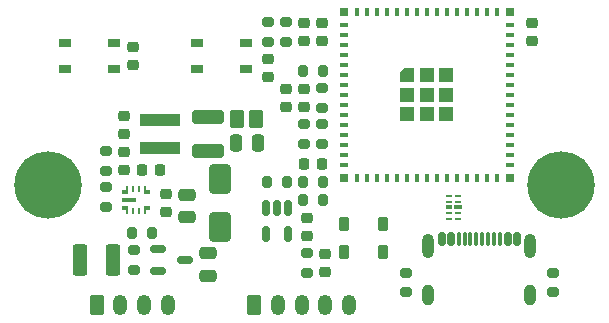
<source format=gbr>
%TF.GenerationSoftware,KiCad,Pcbnew,9.0.6*%
%TF.CreationDate,2025-11-20T15:59:52+01:00*%
%TF.ProjectId,N57__ldruckanzeige,4e35375f-d66c-4647-9275-636b616e7a65,rev?*%
%TF.SameCoordinates,Original*%
%TF.FileFunction,Soldermask,Top*%
%TF.FilePolarity,Negative*%
%FSLAX46Y46*%
G04 Gerber Fmt 4.6, Leading zero omitted, Abs format (unit mm)*
G04 Created by KiCad (PCBNEW 9.0.6) date 2025-11-20 15:59:52*
%MOMM*%
%LPD*%
G01*
G04 APERTURE LIST*
G04 Aperture macros list*
%AMRoundRect*
0 Rectangle with rounded corners*
0 $1 Rounding radius*
0 $2 $3 $4 $5 $6 $7 $8 $9 X,Y pos of 4 corners*
0 Add a 4 corners polygon primitive as box body*
4,1,4,$2,$3,$4,$5,$6,$7,$8,$9,$2,$3,0*
0 Add four circle primitives for the rounded corners*
1,1,$1+$1,$2,$3*
1,1,$1+$1,$4,$5*
1,1,$1+$1,$6,$7*
1,1,$1+$1,$8,$9*
0 Add four rect primitives between the rounded corners*
20,1,$1+$1,$2,$3,$4,$5,0*
20,1,$1+$1,$4,$5,$6,$7,0*
20,1,$1+$1,$6,$7,$8,$9,0*
20,1,$1+$1,$8,$9,$2,$3,0*%
%AMOutline5P*
0 Free polygon, 5 corners , with rotation*
0 The origin of the aperture is its center*
0 number of corners: always 5*
0 $1 to $10 corner X, Y*
0 $11 Rotation angle, in degrees counterclockwise*
0 create outline with 5 corners*
4,1,5,$1,$2,$3,$4,$5,$6,$7,$8,$9,$10,$1,$2,$11*%
%AMOutline6P*
0 Free polygon, 6 corners , with rotation*
0 The origin of the aperture is its center*
0 number of corners: always 6*
0 $1 to $12 corner X, Y*
0 $13 Rotation angle, in degrees counterclockwise*
0 create outline with 6 corners*
4,1,6,$1,$2,$3,$4,$5,$6,$7,$8,$9,$10,$11,$12,$1,$2,$13*%
%AMOutline7P*
0 Free polygon, 7 corners , with rotation*
0 The origin of the aperture is its center*
0 number of corners: always 7*
0 $1 to $14 corner X, Y*
0 $15 Rotation angle, in degrees counterclockwise*
0 create outline with 7 corners*
4,1,7,$1,$2,$3,$4,$5,$6,$7,$8,$9,$10,$11,$12,$13,$14,$1,$2,$15*%
%AMOutline8P*
0 Free polygon, 8 corners , with rotation*
0 The origin of the aperture is its center*
0 number of corners: always 8*
0 $1 to $16 corner X, Y*
0 $17 Rotation angle, in degrees counterclockwise*
0 create outline with 8 corners*
4,1,8,$1,$2,$3,$4,$5,$6,$7,$8,$9,$10,$11,$12,$13,$14,$15,$16,$1,$2,$17*%
G04 Aperture macros list end*
%ADD10RoundRect,0.225000X-0.225000X-0.375000X0.225000X-0.375000X0.225000X0.375000X-0.225000X0.375000X0*%
%ADD11RoundRect,0.200000X0.275000X-0.200000X0.275000X0.200000X-0.275000X0.200000X-0.275000X-0.200000X0*%
%ADD12RoundRect,0.225000X-0.250000X0.225000X-0.250000X-0.225000X0.250000X-0.225000X0.250000X0.225000X0*%
%ADD13RoundRect,0.218750X0.256250X-0.218750X0.256250X0.218750X-0.256250X0.218750X-0.256250X-0.218750X0*%
%ADD14RoundRect,0.200000X-0.275000X0.200000X-0.275000X-0.200000X0.275000X-0.200000X0.275000X0.200000X0*%
%ADD15C,5.700000*%
%ADD16R,0.625000X0.250000*%
%ADD17R,0.700000X0.450000*%
%ADD18R,0.575000X0.450000*%
%ADD19RoundRect,0.250000X0.375000X1.075000X-0.375000X1.075000X-0.375000X-1.075000X0.375000X-1.075000X0*%
%ADD20RoundRect,0.225000X0.250000X-0.225000X0.250000X0.225000X-0.250000X0.225000X-0.250000X-0.225000X0*%
%ADD21RoundRect,0.200000X0.200000X0.275000X-0.200000X0.275000X-0.200000X-0.275000X0.200000X-0.275000X0*%
%ADD22RoundRect,0.250000X-0.350000X-0.625000X0.350000X-0.625000X0.350000X0.625000X-0.350000X0.625000X0*%
%ADD23O,1.200000X1.750000*%
%ADD24RoundRect,0.218750X0.218750X0.256250X-0.218750X0.256250X-0.218750X-0.256250X0.218750X-0.256250X0*%
%ADD25RoundRect,0.150000X-0.150000X-0.425000X0.150000X-0.425000X0.150000X0.425000X-0.150000X0.425000X0*%
%ADD26RoundRect,0.075000X-0.075000X-0.500000X0.075000X-0.500000X0.075000X0.500000X-0.075000X0.500000X0*%
%ADD27O,1.000000X2.100000*%
%ADD28O,1.000000X1.800000*%
%ADD29RoundRect,0.250000X-0.475000X0.250000X-0.475000X-0.250000X0.475000X-0.250000X0.475000X0.250000X0*%
%ADD30R,3.400000X0.980000*%
%ADD31RoundRect,0.150000X-0.512500X-0.150000X0.512500X-0.150000X0.512500X0.150000X-0.512500X0.150000X0*%
%ADD32RoundRect,0.218750X-0.256250X0.218750X-0.256250X-0.218750X0.256250X-0.218750X0.256250X0.218750X0*%
%ADD33RoundRect,0.200000X-0.200000X-0.275000X0.200000X-0.275000X0.200000X0.275000X-0.200000X0.275000X0*%
%ADD34RoundRect,0.250000X0.250000X0.475000X-0.250000X0.475000X-0.250000X-0.475000X0.250000X-0.475000X0*%
%ADD35Outline7P,-0.375000X0.078750X-0.341250X0.112500X0.375000X0.112500X0.375000X-0.078750X0.341250X-0.112500X-0.341250X-0.112500X-0.375000X-0.078750X90.000000*%
%ADD36Outline7P,-0.200000X0.247500X-0.160000X0.287500X0.160000X0.287500X0.200000X0.247500X0.200000X-0.247500X0.160000X-0.287500X-0.200000X-0.287500X90.000000*%
%ADD37R,0.250000X0.600000*%
%ADD38R,0.249999X0.599999*%
%ADD39Outline7P,-0.350000X0.078750X-0.316250X0.112500X0.316250X0.112500X0.350000X0.078750X0.350000X-0.112500X-0.316250X-0.112500X-0.350000X-0.078750X90.000000*%
%ADD40Outline7P,-0.175000X0.287500X0.140000X0.287500X0.175000X0.252500X0.175000X-0.252500X0.140000X-0.287500X-0.140000X-0.287500X-0.175000X-0.252500X90.000000*%
%ADD41Outline7P,-0.175000X0.252500X-0.140000X0.287500X0.175000X0.287500X0.175000X-0.252500X0.140000X-0.287500X-0.140000X-0.287500X-0.175000X-0.252500X90.000000*%
%ADD42Outline7P,-0.350000X0.078750X-0.316250X0.112500X0.316250X0.112500X0.350000X0.078750X0.350000X-0.078750X0.316250X-0.112500X-0.350000X-0.112500X90.000000*%
%ADD43Outline7P,-0.200000X0.247500X-0.160000X0.287500X0.160000X0.287500X0.200000X0.247500X0.200000X-0.287500X-0.160000X-0.287500X-0.200000X-0.247500X90.000000*%
%ADD44Outline7P,-0.375000X0.112500X0.341250X0.112500X0.375000X0.078750X0.375000X-0.078750X0.341250X-0.112500X-0.341250X-0.112500X-0.375000X-0.078750X90.000000*%
%ADD45R,1.300000X0.350000*%
%ADD46RoundRect,0.225000X-0.225000X-0.250000X0.225000X-0.250000X0.225000X0.250000X-0.225000X0.250000X0*%
%ADD47R,1.050000X0.650000*%
%ADD48RoundRect,0.250000X-0.650000X1.000000X-0.650000X-1.000000X0.650000X-1.000000X0.650000X1.000000X0*%
%ADD49RoundRect,0.250000X-0.350000X-0.550000X0.350000X-0.550000X0.350000X0.550000X-0.350000X0.550000X0*%
%ADD50RoundRect,0.250000X-1.100000X0.325000X-1.100000X-0.325000X1.100000X-0.325000X1.100000X0.325000X0*%
%ADD51R,0.800000X0.400000*%
%ADD52R,0.400000X0.800000*%
%ADD53Outline5P,-0.600000X0.204000X-0.204000X0.600000X0.600000X0.600000X0.600000X-0.600000X-0.600000X-0.600000X0.000000*%
%ADD54R,1.200000X1.200000*%
%ADD55R,0.800000X0.800000*%
%ADD56RoundRect,0.150000X-0.150000X0.512500X-0.150000X-0.512500X0.150000X-0.512500X0.150000X0.512500X0*%
%ADD57RoundRect,0.250000X0.475000X-0.250000X0.475000X0.250000X-0.475000X0.250000X-0.475000X-0.250000X0*%
G04 APERTURE END LIST*
D10*
%TO.C,D6*%
X160656000Y-120015000D03*
X163956000Y-120015000D03*
%TD*%
D11*
%TO.C,R3*%
X140462000Y-116141000D03*
X140462000Y-114491000D03*
%TD*%
D12*
%TO.C,C7*%
X141986000Y-108445000D03*
X141986000Y-109995000D03*
%TD*%
D13*
%TO.C,D4*%
X155702000Y-107721500D03*
X155702000Y-106146500D03*
%TD*%
D14*
%TO.C,R8*%
X158750000Y-109157000D03*
X158750000Y-110807000D03*
%TD*%
D11*
%TO.C,R9*%
X157480000Y-121729000D03*
X157480000Y-120079000D03*
%TD*%
D15*
%TO.C,H1*%
X135580000Y-114300000D03*
%TD*%
D14*
%TO.C,R11*%
X178308000Y-121730000D03*
X178308000Y-123380000D03*
%TD*%
D16*
%TO.C,U4*%
X170313500Y-117205000D03*
X170313500Y-116705000D03*
D17*
X170276000Y-116205000D03*
D16*
X170313500Y-115705000D03*
X170313500Y-115205000D03*
X169538500Y-115205000D03*
X169538500Y-115705000D03*
D18*
X169513500Y-116205000D03*
D16*
X169538500Y-116705000D03*
X169538500Y-117205000D03*
%TD*%
D19*
%TO.C,F1*%
X141100000Y-120650000D03*
X138300000Y-120650000D03*
%TD*%
D20*
%TO.C,C14*%
X176530000Y-102121000D03*
X176530000Y-100571000D03*
%TD*%
D21*
%TO.C,R5*%
X155765000Y-114046000D03*
X154115000Y-114046000D03*
%TD*%
D22*
%TO.C,J1*%
X139700000Y-124460000D03*
D23*
X141700000Y-124460000D03*
X143700000Y-124460000D03*
X145700000Y-124460000D03*
%TD*%
D24*
%TO.C,D3*%
X158775500Y-112522000D03*
X157200500Y-112522000D03*
%TD*%
D25*
%TO.C,J3*%
X168885000Y-118875000D03*
X169685000Y-118875000D03*
D26*
X170835000Y-118875000D03*
X171835000Y-118875000D03*
X172335000Y-118875000D03*
X173335000Y-118875000D03*
D25*
X174485000Y-118875000D03*
X175285000Y-118875000D03*
X175285000Y-118875000D03*
X174485000Y-118875000D03*
D26*
X173835000Y-118875000D03*
X172835000Y-118875000D03*
X171335000Y-118875000D03*
X170335000Y-118875000D03*
D25*
X169685000Y-118875000D03*
X168885000Y-118875000D03*
D27*
X167765000Y-119450000D03*
D28*
X167765000Y-123630000D03*
D27*
X176405000Y-119450000D03*
D28*
X176405000Y-123630000D03*
%TD*%
D11*
%TO.C,R15*%
X155702000Y-102171000D03*
X155702000Y-100521000D03*
%TD*%
D10*
%TO.C,D2*%
X160656000Y-117602000D03*
X163956000Y-117602000D03*
%TD*%
D15*
%TO.C,H2*%
X178980000Y-114300000D03*
%TD*%
D14*
%TO.C,R10*%
X165862000Y-121730000D03*
X165862000Y-123380000D03*
%TD*%
D29*
%TO.C,C2*%
X149098000Y-120081000D03*
X149098000Y-121981000D03*
%TD*%
D21*
%TO.C,R2*%
X144335000Y-118364000D03*
X142685000Y-118364000D03*
%TD*%
D30*
%TO.C,L1*%
X145034000Y-111167000D03*
X145034000Y-108797000D03*
%TD*%
D21*
%TO.C,R12*%
X158813000Y-114046000D03*
X157163000Y-114046000D03*
%TD*%
D12*
%TO.C,C12*%
X159004000Y-120129000D03*
X159004000Y-121679000D03*
%TD*%
D31*
%TO.C,Q1*%
X144912500Y-119700000D03*
X144912500Y-121600000D03*
X147187500Y-120650000D03*
%TD*%
D32*
%TO.C,D5*%
X157226000Y-106146500D03*
X157226000Y-107721500D03*
%TD*%
D33*
%TO.C,R7*%
X157163000Y-115570000D03*
X158813000Y-115570000D03*
%TD*%
D34*
%TO.C,C9*%
X153350000Y-110744000D03*
X151450000Y-110744000D03*
%TD*%
D12*
%TO.C,C4*%
X141986000Y-111493000D03*
X141986000Y-113043000D03*
%TD*%
D14*
%TO.C,R14*%
X158750000Y-106109000D03*
X158750000Y-107759000D03*
%TD*%
D20*
%TO.C,C15*%
X142748000Y-104153000D03*
X142748000Y-102603000D03*
%TD*%
D35*
%TO.C,U1*%
X142264000Y-116395000D03*
D36*
X142089500Y-116220000D03*
D37*
X142752000Y-116470000D03*
D38*
X143252000Y-116470001D03*
D39*
X143740000Y-116420000D03*
D40*
X143915000Y-116245000D03*
D41*
X143915000Y-114895000D03*
D42*
X143740000Y-114720000D03*
D37*
X143252000Y-114670000D03*
D38*
X142752000Y-114669999D03*
D43*
X142089500Y-114920000D03*
D44*
X142264000Y-114745000D03*
D45*
X142452000Y-115570000D03*
%TD*%
D22*
%TO.C,J2*%
X153035000Y-124460000D03*
D23*
X155035000Y-124460000D03*
X157035000Y-124460000D03*
X159035000Y-124460000D03*
X161035000Y-124460000D03*
%TD*%
D20*
%TO.C,C11*%
X158750000Y-102121000D03*
X158750000Y-100571000D03*
%TD*%
D46*
%TO.C,C5*%
X143497000Y-113030000D03*
X145047000Y-113030000D03*
%TD*%
D14*
%TO.C,R4*%
X140462000Y-111443000D03*
X140462000Y-113093000D03*
%TD*%
%TO.C,R6*%
X157226000Y-109157000D03*
X157226000Y-110807000D03*
%TD*%
D12*
%TO.C,C8*%
X157480000Y-117081000D03*
X157480000Y-118631000D03*
%TD*%
D47*
%TO.C,SW1*%
X152316000Y-104453000D03*
X148166000Y-104453000D03*
X152316000Y-102303000D03*
X148191000Y-102303000D03*
%TD*%
D48*
%TO.C,D1*%
X150114000Y-113824000D03*
X150114000Y-117824000D03*
%TD*%
D21*
%TO.C,R13*%
X158813000Y-104648000D03*
X157163000Y-104648000D03*
%TD*%
D49*
%TO.C,FB1*%
X151600000Y-108712000D03*
X153200000Y-108712000D03*
%TD*%
D11*
%TO.C,R16*%
X154178000Y-102171000D03*
X154178000Y-100521000D03*
%TD*%
D47*
%TO.C,SW2*%
X141140000Y-104453000D03*
X136990000Y-104453000D03*
X141140000Y-102303000D03*
X137015000Y-102303000D03*
%TD*%
D50*
%TO.C,C6*%
X149098000Y-108507000D03*
X149098000Y-111457000D03*
%TD*%
D51*
%TO.C,U3*%
X160640000Y-100730000D03*
X160640000Y-101580000D03*
X160640000Y-102430000D03*
X160640000Y-103280000D03*
X160640000Y-104130000D03*
X160640000Y-104980000D03*
X160640000Y-105830000D03*
X160640000Y-106680000D03*
X160640000Y-107530000D03*
X160640000Y-108380000D03*
X160640000Y-109230000D03*
X160640000Y-110080000D03*
X160640000Y-110930000D03*
X160640000Y-111780000D03*
X160640000Y-112630000D03*
D52*
X161690000Y-113680000D03*
X162540000Y-113680000D03*
X163390000Y-113680000D03*
X164240000Y-113680000D03*
X165090000Y-113680000D03*
X165940000Y-113680000D03*
X166790000Y-113680000D03*
X167640000Y-113680000D03*
X168490000Y-113680000D03*
X169340000Y-113680000D03*
X170190000Y-113680000D03*
X171040000Y-113680000D03*
X171890000Y-113680000D03*
X172740000Y-113680000D03*
X173590000Y-113680000D03*
D51*
X174640000Y-112630000D03*
X174640000Y-111780000D03*
X174640000Y-110930000D03*
X174640000Y-110080000D03*
X174640000Y-109230000D03*
X174640000Y-108380000D03*
X174640000Y-107530000D03*
X174640000Y-106680000D03*
X174640000Y-105830000D03*
X174640000Y-104980000D03*
X174640000Y-104130000D03*
X174640000Y-103280000D03*
X174640000Y-102430000D03*
X174640000Y-101580000D03*
X174640000Y-100730000D03*
D52*
X173590000Y-99680000D03*
X172740000Y-99680000D03*
X171890000Y-99680000D03*
X171040000Y-99680000D03*
X170190000Y-99680000D03*
X169340000Y-99680000D03*
X168490000Y-99680000D03*
X167640000Y-99680000D03*
X166790000Y-99680000D03*
X165940000Y-99680000D03*
X165090000Y-99680000D03*
X164240000Y-99680000D03*
X163390000Y-99680000D03*
X162540000Y-99680000D03*
X161690000Y-99680000D03*
D53*
X165990000Y-105030000D03*
D54*
X165990000Y-106680000D03*
X165990000Y-108330000D03*
X167640000Y-105030000D03*
X167640000Y-106680000D03*
X167640000Y-108330000D03*
X169290000Y-105030000D03*
X169290000Y-106680000D03*
X169290000Y-108330000D03*
D55*
X160640000Y-99680000D03*
X160640000Y-113680000D03*
X174640000Y-113680000D03*
X174640000Y-99680000D03*
%TD*%
D12*
%TO.C,C3*%
X145542000Y-115049000D03*
X145542000Y-116599000D03*
%TD*%
D56*
%TO.C,U2*%
X155890000Y-116210500D03*
X154940000Y-116210500D03*
X153990000Y-116210500D03*
X153990000Y-118485500D03*
X155890000Y-118485500D03*
%TD*%
D57*
%TO.C,C1*%
X147320000Y-117028000D03*
X147320000Y-115128000D03*
%TD*%
D11*
%TO.C,R1*%
X142875000Y-121475000D03*
X142875000Y-119825000D03*
%TD*%
D20*
%TO.C,C13*%
X154178000Y-105169000D03*
X154178000Y-103619000D03*
%TD*%
D12*
%TO.C,C10*%
X157226000Y-100571000D03*
X157226000Y-102121000D03*
%TD*%
M02*

</source>
